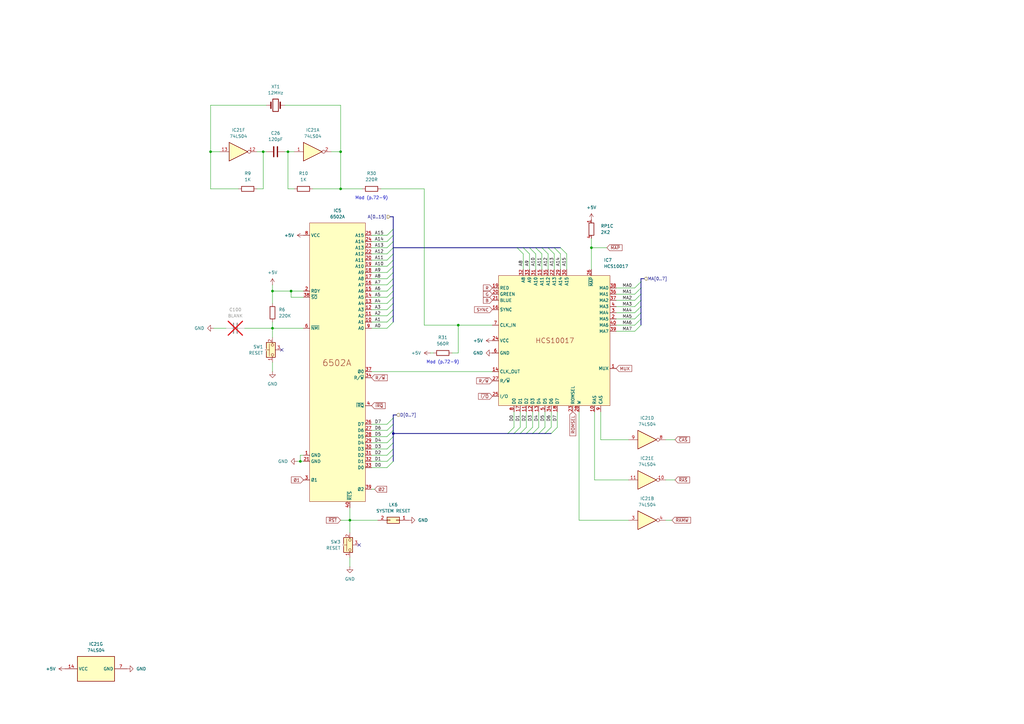
<source format=kicad_sch>
(kicad_sch (version 20231120) (generator "eeschema") (generator_version "8.0")
  (paper "A3")
  (lib_symbols
    (symbol "74xx:74LS04"
      (property "Reference" "U" (at 0 1.27 0))
      (property "Value" "74LS04" (at 0 -1.27 0))
      (symbol "74LS04_1_0"
        (polyline (pts (xy -3.81 3.81) (xy -3.81 -3.81) (xy 3.81 0) (xy -3.81 3.81)) (stroke (width 0.254)) (fill (type background)))
        (pin input line (at -7.62 0 0) (length 3.81) (name "~") (number "1"))
        (pin output inverted (at 7.62 0 180) (length 3.81) (name "~") (number "2"))
      )
      (symbol "74LS04_2_0"
        (polyline (pts (xy -3.81 3.81) (xy -3.81 -3.81) (xy 3.81 0) (xy -3.81 3.81)) (stroke (width 0.254)) (fill (type background)))
        (pin input line (at -7.62 0 0) (length 3.81) (name "~") (number "3"))
        (pin output inverted (at 7.62 0 180) (length 3.81) (name "~") (number "4"))
      )
      (symbol "74LS04_3_0"
        (polyline (pts (xy -3.81 3.81) (xy -3.81 -3.81) (xy 3.81 0) (xy -3.81 3.81)) (stroke (width 0.254)) (fill (type background)))
        (pin input line (at -7.62 0 0) (length 3.81) (name "~") (number "5"))
        (pin output inverted (at 7.62 0 180) (length 3.81) (name "~") (number "6"))
      )
      (symbol "74LS04_4_0"
        (polyline (pts (xy -3.81 3.81) (xy -3.81 -3.81) (xy 3.81 0) (xy -3.81 3.81)) (stroke (width 0.254)) (fill (type background)))
        (pin output inverted (at 7.62 0 180) (length 3.81) (name "~") (number "8"))
        (pin input line (at -7.62 0 0) (length 3.81) (name "~") (number "9"))
      )
      (symbol "74LS04_5_0"
        (polyline (pts (xy -3.81 3.81) (xy -3.81 -3.81) (xy 3.81 0) (xy -3.81 3.81)) (stroke (width 0.254)) (fill (type background)))
        (pin output inverted (at 7.62 0 180) (length 3.81) (name "~") (number "10"))
        (pin input line (at -7.62 0 0) (length 3.81) (name "~") (number "11"))
      )
      (symbol "74LS04_6_0"
        (polyline (pts (xy -3.81 3.81) (xy -3.81 -3.81) (xy 3.81 0) (xy -3.81 3.81)) (stroke (width 0.254)) (fill (type background)))
        (pin output inverted (at 7.62 0 180) (length 3.81) (name "~") (number "12"))
        (pin input line (at -7.62 0 0) (length 3.81) (name "~") (number "13"))
      )
      (symbol "74LS04_7_0"
        (pin power_in line (at 0 12.7 270) (length 5.08) (name "VCC") (number "14"))
        (pin power_in line (at 0 -12.7 90) (length 5.08) (name "GND") (number "7"))
      )
      (symbol "74LS04_7_1"
        (rectangle (start -5.08 7.62) (end 5.08 -7.62) (stroke (width 0.254)) (fill (type background)))
      )
    )
    (symbol "Connector_Generic:Conn_02x01" (pin_names (offset 1.016) hide)
      (property "Reference" "J" (at 1.27 2.54 0))
      (property "Value" "Conn_02x01" (at 1.27 -2.54 0))
      (symbol "Conn_02x01_1_1"
        (rectangle (start -1.27 0.127) (end 0 -0.127) (stroke (width 0.1524)))
        (rectangle (start -1.27 1.27) (end 3.81 -1.27) (stroke (width 0.254)) (fill (type background)))
        (rectangle (start 3.81 0.127) (end 2.54 -0.127) (stroke (width 0.1524)))
        (pin passive line (at -5.08 0 0) (length 3.81) (name "Pin_1") (number "1"))
        (pin passive line (at 7.62 0 180) (length 3.81) (name "Pin_2") (number "2"))
      )
    )
    (symbol "Device:C" (pin_numbers hide) (pin_names (offset 0.254))
      (property "Reference" "C" (at 0.635 2.54 0))
      (property "Value" "C" (at 0.635 -2.54 0))
      (symbol "C_0_1"
        (polyline (pts (xy -2.032 -0.762) (xy 2.032 -0.762)) (stroke (width 0.508)))
        (polyline (pts (xy -2.032 0.762) (xy 2.032 0.762)) (stroke (width 0.508)))
      )
      (symbol "C_1_1"
        (pin passive line (at 0 3.81 270) (length 2.794) (name "~") (number "1"))
        (pin passive line (at 0 -3.81 90) (length 2.794) (name "~") (number "2"))
      )
    )
    (symbol "Device:Crystal" (pin_numbers hide) (pin_names (offset 1.016) hide)
      (property "Reference" "Y" (at 0 3.81 0))
      (property "Value" "Crystal" (at 0 -3.81 0))
      (symbol "Crystal_0_1"
        (rectangle (start -1.143 2.54) (end 1.143 -2.54) (stroke (width 0.3048)))
        (polyline (pts (xy -2.54 0) (xy -1.905 0)))
        (polyline (pts (xy -1.905 -1.27) (xy -1.905 1.27)) (stroke (width 0.508)))
        (polyline (pts (xy 1.905 -1.27) (xy 1.905 1.27)) (stroke (width 0.508)))
        (polyline (pts (xy 2.54 0) (xy 1.905 0)))
      )
      (symbol "Crystal_1_1"
        (pin passive line (at -3.81 0 0) (length 1.27) (name "1") (number "1"))
        (pin passive line (at 3.81 0 180) (length 1.27) (name "2") (number "2"))
      )
    )
    (symbol "Device:R" (pin_numbers hide) (pin_names (offset 0))
      (property "Reference" "R" (at 2.032 0 90))
      (property "Value" "R" (at 0 0 90))
      (symbol "R_0_1"
        (rectangle (start -1.016 -2.54) (end 1.016 2.54) (stroke (width 0.254)))
      )
      (symbol "R_1_1"
        (pin passive line (at 0 3.81 270) (length 1.27) (name "~") (number "1"))
        (pin passive line (at 0 -3.81 90) (length 1.27) (name "~") (number "2"))
      )
    )
    (symbol "Device:R_Network07_Split" (pin_names (offset 0) hide)
      (property "Reference" "RN" (at 2.032 0 90))
      (property "Value" "R_Network07_Split" (at 0 0 90))
      (symbol "R_Network07_Split_0_1"
        (rectangle (start 1.016 2.54) (end -1.016 -2.54) (stroke (width 0.254)))
        (pin passive line (at 0 3.81 270) (length 1.27) (name "R1") (number "1"))
      )
      (symbol "R_Network07_Split_1_1"
        (pin passive line (at 0 -3.81 90) (length 1.27) (name "R1.2") (number "2"))
      )
      (symbol "R_Network07_Split_2_1"
        (pin passive line (at 0 -3.81 90) (length 1.27) (name "R2.2") (number "3"))
      )
      (symbol "R_Network07_Split_3_1"
        (pin passive line (at 0 -3.81 90) (length 1.27) (name "R3.2") (number "4"))
      )
      (symbol "R_Network07_Split_4_1"
        (pin passive line (at 0 -3.81 90) (length 1.27) (name "R4.2") (number "5"))
      )
      (symbol "R_Network07_Split_5_1"
        (pin passive line (at 0 -3.81 90) (length 1.27) (name "R5.2") (number "6"))
      )
      (symbol "R_Network07_Split_6_1"
        (pin passive line (at 0 -3.81 90) (length 1.27) (name "R6.2") (number "7"))
      )
      (symbol "R_Network07_Split_7_1"
        (pin passive line (at 0 -3.81 90) (length 1.27) (name "R7.2") (number "8"))
      )
    )
    (symbol "Oric:6502"
      (property "Reference" "IC" (at 4.064 60.198 0))
      (property "Value" "6502A" (at 6.096 57.912 0))
      (symbol "6502_0_0"
        (pin power_in line (at -13.97 -38.1 0) (length 2.54) (name "GND") (number "1"))
        (pin output line (at 13.97 16.51 180) (length 2.54) (name "A1") (number "10"))
        (pin output line (at 13.97 19.05 180) (length 2.54) (name "A2") (number "11"))
        (pin output line (at 13.97 21.59 180) (length 2.54) (name "A3") (number "12"))
        (pin output line (at 13.97 24.13 180) (length 2.54) (name "A4") (number "13"))
        (pin output line (at 13.97 26.67 180) (length 2.54) (name "A5") (number "14"))
        (pin output line (at 13.97 29.21 180) (length 2.54) (name "A6") (number "15"))
        (pin output line (at 13.97 31.75 180) (length 2.54) (name "A7") (number "16"))
        (pin output line (at 13.97 34.29 180) (length 2.54) (name "A8") (number "17"))
        (pin output line (at 13.97 36.83 180) (length 2.54) (name "A9") (number "18"))
        (pin output line (at 13.97 39.37 180) (length 2.54) (name "A10") (number "19"))
        (pin passive line (at -13.97 29.21 0) (length 2.54) (name "RDY") (number "2"))
        (pin output line (at 13.97 41.91 180) (length 2.54) (name "A11") (number "20"))
        (pin power_in line (at -13.97 -40.64 0) (length 2.54) (name "GND") (number "21"))
        (pin output line (at 13.97 44.45 180) (length 2.54) (name "A12") (number "22"))
        (pin output line (at 13.97 46.99 180) (length 2.54) (name "A13") (number "23"))
        (pin output line (at 13.97 49.53 180) (length 2.54) (name "A14") (number "24"))
        (pin output line (at 13.97 52.07 180) (length 2.54) (name "A15") (number "25"))
        (pin bidirectional line (at 13.97 -25.4 180) (length 2.54) (name "D7") (number "26"))
        (pin bidirectional line (at 13.97 -27.94 180) (length 2.54) (name "D6") (number "27"))
        (pin bidirectional line (at 13.97 -30.48 180) (length 2.54) (name "D5") (number "28"))
        (pin bidirectional line (at 13.97 -33.02 180) (length 2.54) (name "D4") (number "29"))
        (pin output line (at -13.97 -48.26 0) (length 2.54) (name "Ø1") (number "3"))
        (pin bidirectional line (at 13.97 -35.56 180) (length 2.54) (name "D3") (number "30"))
        (pin bidirectional line (at 13.97 -38.1 180) (length 2.54) (name "D2") (number "31"))
        (pin bidirectional line (at 13.97 -40.64 180) (length 2.54) (name "D1") (number "32"))
        (pin bidirectional line (at 13.97 -43.18 180) (length 2.54) (name "D0") (number "33"))
        (pin output line (at 13.97 -6.35 180) (length 2.54) (name "R/~{W}") (number "34"))
        (pin input line (at 13.97 -3.81 180) (length 2.54) (name "Ø0") (number "37"))
        (pin passive line (at -13.97 26.67 0) (length 2.54) (name "~{SO}") (number "38"))
        (pin output line (at 13.97 -52.07 180) (length 2.54) (name "Ø2") (number "39"))
        (pin input line (at 13.97 -17.78 180) (length 2.54) (name "~{IRQ}") (number "4"))
        (pin input line (at 5.08 -59.69 90) (length 2.54) (name "~{RES}") (number "40"))
        (pin input line (at -13.97 13.97 0) (length 2.54) (name "~{NMI}") (number "6"))
        (pin power_in line (at -13.97 52.07 0) (length 2.54) (name "VCC") (number "8"))
        (pin output line (at 13.97 13.97 180) (length 2.54) (name "A0") (number "9"))
      )
      (symbol "6502_1_0"
        (pin no_connect line (at -13.97 -13.97 0) (length 2.54) hide (name "N/C") (number "35"))
        (pin no_connect line (at -13.97 -16.51 0) (length 2.54) hide (name "N/C") (number "36"))
        (pin no_connect line (at -13.97 -19.05 0) (length 2.54) hide (name "N/C") (number "5"))
        (pin no_connect line (at -13.97 -21.59 0) (length 2.54) hide (name "Sync") (number "7"))
      )
      (symbol "6502_1_1"
        (rectangle (start -11.43 57.15) (end 11.43 -57.15) (fill (type background)))
        (text "6502A" (at -0.254 -0.254 0) (effects (font (size 2.54 2.54))))
      )
    )
    (symbol "Oric:HCS10017"
      (property "Reference" "IC" (at -44.704 33.528 0))
      (symbol "HCS10017_0_0"
        (pin output line (at 25.4 -11.43 180) (length 2.54) (name "MUX") (number "1"))
        (pin bidirectional line (at -11.43 -29.21 90) (length 2.54) (name "D2") (number "11"))
        (pin bidirectional line (at -8.89 -29.21 90) (length 2.54) (name "D3") (number "12"))
        (pin bidirectional line (at -6.35 -29.21 90) (length 2.54) (name "D4") (number "13"))
        (pin output line (at -25.4 -12.7 0) (length 2.54) (name "CLK_OUT") (number "14"))
        (pin input line (at -5.08 29.21 270) (length 2.54) (name "A11") (number "15"))
        (pin output line (at -25.4 12.7 0) (length 2.54) (name "SYNC") (number "16"))
        (pin bidirectional line (at -13.97 -29.21 90) (length 2.54) (name "D1") (number "17"))
        (pin bidirectional line (at 1.27 -29.21 90) (length 2.54) (name "D7") (number "18"))
        (pin output line (at 25.4 8.89 180) (length 2.54) (name "MA5") (number "2"))
        (pin output line (at -25.4 19.05 0) (length 2.54) (name "GREEN") (number "20"))
        (pin input line (at 0 29.21 270) (length 2.54) (name "A13") (number "22"))
        (pin output line (at 7.62 -29.21 90) (length 2.54) (name "ROMSEL") (number "23"))
        (pin power_in line (at -25.4 0 0) (length 2.54) (name "VCC") (number "24"))
        (pin output line (at -25.4 -22.86 0) (length 2.54) (name "I/O") (number "25"))
        (pin output line (at 15.24 29.21 270) (length 2.54) (name "~{MAP}") (number "26"))
        (pin input line (at 2.54 29.21 270) (length 2.54) (name "A14") (number "29"))
        (pin output line (at 25.4 11.43 180) (length 2.54) (name "MA4") (number "3"))
        (pin input line (at 5.08 29.21 270) (length 2.54) (name "A15") (number "30"))
        (pin input line (at -7.62 29.21 270) (length 2.54) (name "A10") (number "31"))
        (pin input line (at -12.7 29.21 270) (length 2.54) (name "A8") (number "32"))
        (pin input line (at -10.16 29.21 270) (length 2.54) (name "A9") (number "33"))
        (pin bidirectional line (at -1.27 -29.21 90) (length 2.54) (name "D6") (number "34"))
        (pin input line (at -2.54 29.21 270) (length 2.54) (name "A12") (number "35"))
        (pin output line (at 25.4 19.05 180) (length 2.54) (name "MA1") (number "36"))
        (pin output line (at 25.4 16.51 180) (length 2.54) (name "MA2") (number "37"))
        (pin output line (at 25.4 21.59 180) (length 2.54) (name "MA0") (number "38"))
        (pin output line (at 25.4 3.81 180) (length 2.54) (name "MA7") (number "39"))
        (pin output line (at 25.4 13.97 180) (length 2.54) (name "MA3") (number "4"))
        (pin output line (at 25.4 6.35 180) (length 2.54) (name "MA6") (number "40"))
        (pin bidirectional line (at -3.81 -29.21 90) (length 2.54) (name "D5") (number "5"))
        (pin power_in line (at -25.4 -5.08 0) (length 2.54) (name "GND") (number "6"))
        (pin input line (at -25.4 6.35 0) (length 2.54) (name "CLK_IN") (number "7"))
        (pin bidirectional line (at -16.51 -29.21 90) (length 2.54) (name "D0") (number "8"))
      )
      (symbol "HCS10017_1_0"
        (pin output line (at 16.51 -29.21 90) (length 2.54) (name "RAS") (number "10"))
        (pin output line (at -25.4 21.59 0) (length 2.54) (name "RED") (number "19"))
        (pin output line (at -25.4 16.51 0) (length 2.54) (name "BLUE") (number "21"))
        (pin input line (at -25.4 -16.51 0) (length 2.54) (name "R/~{W}") (number "27"))
        (pin output line (at 10.16 -29.21 90) (length 2.54) (name "W") (number "28"))
        (pin output line (at 19.05 -29.21 90) (length 2.54) (name "CAS") (number "9"))
      )
      (symbol "HCS10017_1_1"
        (rectangle (start -22.86 26.67) (end 22.86 -26.67) (fill (type background)))
        (text "HCS10017" (at 0.254 0 0) (effects (font (size 2.032 2.032))))
      )
    )
    (symbol "Oric:SW_Push_3-Pin" (pin_names (offset 1.016) hide)
      (property "Reference" "SW1" (at 1.2701 3.81 90))
      (property "Value" "RESET" (at -1.2699 3.81 90))
      (symbol "SW_Push_3-Pin_0_1"
        (circle (center -2.032 0) (radius 0.508))
        (polyline (pts (xy 0 1.27) (xy 0 3.048)))
        (polyline (pts (xy 2.54 1.27) (xy -2.54 1.27)))
        (polyline (pts (xy 0.508 2.54) (xy 3.048 2.54) (xy 3.048 -1.143) (xy -3.048 -1.143) (xy -3.048 2.54) (xy -0.508 2.54)) (stroke (width -0.0254)))
        (polyline (pts (xy 0.508 2.54) (xy 3.048 2.54) (xy 3.048 -1.143) (xy -3.048 -1.143) (xy -3.048 2.54) (xy -0.508 2.54)) (stroke (width 0.254)))
        (circle (center 2.032 0) (radius 0.508))
        (pin passive line (at -5.08 0 0) (length 2.54) (name "1") (number "1"))
        (pin passive line (at 5.08 0 180) (length 2.54) (name "2") (number "2"))
      )
      (symbol "SW_Push_3-Pin_1_1"
        (rectangle (start -3.048 2.54) (end 3.048 -1.27) (stroke (width -0.0254)) (fill (type background)))
        (pin passive line (at 0 -3.81 90) (length 2.54) (name "B") (number "3"))
      )
    )
    (symbol "power:+5V" (power) (pin_numbers hide) (pin_names (offset 0) hide)
      (property "Value" "+5V" (at 0 3.556 0))
      (symbol "+5V_0_1"
        (polyline (pts (xy -0.762 1.27) (xy 0 2.54)))
        (polyline (pts (xy 0 0) (xy 0 2.54)))
        (polyline (pts (xy 0 2.54) (xy 0.762 1.27)))
      )
      (symbol "+5V_1_1"
        (pin power_in line (at 0 0 90) (length 0) (name "~") (number "1"))
      )
    )
    (symbol "power:GND" (power) (pin_numbers hide) (pin_names (offset 0) hide)
      (property "Value" "GND" (at 0 -3.81 0))
      (symbol "GND_0_1"
        (polyline (pts (xy 0 0) (xy 0 -1.27) (xy 1.27 -1.27) (xy 0 -2.54) (xy -1.27 -1.27) (xy 0 -1.27)))
      )
      (symbol "GND_1_1"
        (pin power_in line (at 0 0 270) (length 0) (name "~") (number "1"))
      )
    )
  )
  (junction (at 123.19 189.23))
  (junction (at 111.76 134.62))
  (junction (at 119.38 119.38))
  (junction (at 143.51 213.36))
  (junction (at 139.7 62.23))
  (junction (at 118.11 62.23))
  (junction (at 139.7 77.47))
  (junction (at 86.36 62.23))
  (junction (at 107.95 62.23))
  (junction (at 187.96 133.35))
  (junction (at 242.57 101.6))
  (junction (at 161.29 177.8))
  (junction (at 111.76 119.38))
  (no_connect (at 115.57 143.51))
  (no_connect (at 147.32 223.52))
  (bus_entry (at 158.75 116.84) (size 2.54 -2.54))
  (bus_entry (at 213.36 175.26) (size -2.54 2.54))
  (bus_entry (at 158.75 127) (size 2.54 -2.54))
  (bus_entry (at 158.75 124.46) (size 2.54 -2.54))
  (bus_entry (at 215.9 175.26) (size -2.54 2.54))
  (bus_entry (at 219.71 104.14) (size -2.54 -2.54))
  (bus_entry (at 260.35 125.73) (size 2.54 -2.54))
  (bus_entry (at 158.75 99.06) (size 2.54 -2.54))
  (bus_entry (at 158.75 186.69) (size 2.54 -2.54))
  (bus_entry (at 227.33 104.14) (size -2.54 -2.54))
  (bus_entry (at 158.75 96.52) (size 2.54 -2.54))
  (bus_entry (at 158.75 176.53) (size 2.54 -2.54))
  (bus_entry (at 158.75 109.22) (size 2.54 -2.54))
  (bus_entry (at 226.06 175.26) (size -2.54 2.54))
  (bus_entry (at 158.75 181.61) (size 2.54 -2.54))
  (bus_entry (at 158.75 132.08) (size 2.54 -2.54))
  (bus_entry (at 158.75 101.6) (size 2.54 -2.54))
  (bus_entry (at 158.75 179.07) (size 2.54 -2.54))
  (bus_entry (at 232.41 104.14) (size -2.54 -2.54))
  (bus_entry (at 260.35 123.19) (size 2.54 -2.54))
  (bus_entry (at 210.82 175.26) (size -2.54 2.54))
  (bus_entry (at 260.35 118.11) (size 2.54 -2.54))
  (bus_entry (at 222.25 104.14) (size -2.54 -2.54))
  (bus_entry (at 158.75 191.77) (size 2.54 -2.54))
  (bus_entry (at 214.63 104.14) (size -2.54 -2.54))
  (bus_entry (at 260.35 135.89) (size 2.54 -2.54))
  (bus_entry (at 158.75 104.14) (size 2.54 -2.54))
  (bus_entry (at 158.75 134.62) (size 2.54 -2.54))
  (bus_entry (at 260.35 130.81) (size 2.54 -2.54))
  (bus_entry (at 218.44 175.26) (size -2.54 2.54))
  (bus_entry (at 228.6 175.26) (size -2.54 2.54))
  (bus_entry (at 158.75 106.68) (size 2.54 -2.54))
  (bus_entry (at 223.52 175.26) (size -2.54 2.54))
  (bus_entry (at 260.35 120.65) (size 2.54 -2.54))
  (bus_entry (at 158.75 129.54) (size 2.54 -2.54))
  (bus_entry (at 260.35 133.35) (size 2.54 -2.54))
  (bus_entry (at 229.87 104.14) (size -2.54 -2.54))
  (bus_entry (at 158.75 114.3) (size 2.54 -2.54))
  (bus_entry (at 224.79 104.14) (size -2.54 -2.54))
  (bus_entry (at 158.75 121.92) (size 2.54 -2.54))
  (bus_entry (at 158.75 119.38) (size 2.54 -2.54))
  (bus_entry (at 158.75 189.23) (size 2.54 -2.54))
  (bus_entry (at 220.98 175.26) (size -2.54 2.54))
  (bus_entry (at 158.75 173.99) (size 2.54 -2.54))
  (bus_entry (at 158.75 111.76) (size 2.54 -2.54))
  (bus_entry (at 217.17 104.14) (size -2.54 -2.54))
  (bus_entry (at 260.35 128.27) (size 2.54 -2.54))
  (bus_entry (at 158.75 184.15) (size 2.54 -2.54))
  (bus (pts (xy 161.29 111.76) (xy 161.29 114.3)))
  (wire (pts (xy 118.11 62.23) (xy 116.84 62.23)))
  (bus (pts (xy 161.29 109.22) (xy 161.29 111.76)))
  (wire (pts (xy 276.86 180.34) (xy 273.05 180.34)))
  (bus (pts (xy 161.29 93.98) (xy 161.29 96.52)))
  (bus (pts (xy 217.17 101.6) (xy 219.71 101.6)))
  (bus (pts (xy 262.89 128.27) (xy 262.89 130.81)))
  (bus (pts (xy 161.29 184.15) (xy 161.29 186.69)))
  (wire (pts (xy 139.7 43.18) (xy 139.7 62.23)))
  (bus (pts (xy 161.29 173.99) (xy 161.29 176.53)))
  (wire (pts (xy 107.95 77.47) (xy 107.95 62.23)))
  (bus (pts (xy 161.29 177.8) (xy 161.29 179.07)))
  (wire (pts (xy 111.76 119.38) (xy 119.38 119.38)))
  (bus (pts (xy 213.36 177.8) (xy 215.9 177.8)))
  (wire (pts (xy 105.41 62.23) (xy 107.95 62.23)))
  (wire (pts (xy 107.95 62.23) (xy 109.22 62.23)))
  (wire (pts (xy 105.41 77.47) (xy 107.95 77.47)))
  (wire (pts (xy 152.4 116.84) (xy 158.75 116.84)))
  (bus (pts (xy 215.9 177.8) (xy 218.44 177.8)))
  (wire (pts (xy 185.42 144.78) (xy 187.96 144.78)))
  (bus (pts (xy 161.29 179.07) (xy 161.29 181.61)))
  (bus (pts (xy 160.02 88.9) (xy 161.29 88.9)))
  (wire (pts (xy 119.38 119.38) (xy 119.38 121.92)))
  (bus (pts (xy 262.89 125.73) (xy 262.89 128.27)))
  (bus (pts (xy 161.29 106.68) (xy 161.29 109.22)))
  (wire (pts (xy 257.81 196.85) (xy 243.84 196.85)))
  (wire (pts (xy 86.36 62.23) (xy 90.17 62.23)))
  (wire (pts (xy 252.73 135.89) (xy 260.35 135.89)))
  (wire (pts (xy 213.36 168.91) (xy 213.36 175.26)))
  (wire (pts (xy 152.4 189.23) (xy 158.75 189.23)))
  (wire (pts (xy 243.84 196.85) (xy 243.84 168.91)))
  (wire (pts (xy 152.4 104.14) (xy 158.75 104.14)))
  (wire (pts (xy 152.4 129.54) (xy 158.75 129.54)))
  (wire (pts (xy 143.51 218.44) (xy 143.51 213.36)))
  (wire (pts (xy 123.19 189.23) (xy 124.46 189.23)))
  (wire (pts (xy 214.63 110.49) (xy 214.63 104.14)))
  (wire (pts (xy 152.4 191.77) (xy 158.75 191.77)))
  (wire (pts (xy 156.21 77.47) (xy 173.99 77.47)))
  (wire (pts (xy 152.4 114.3) (xy 158.75 114.3)))
  (wire (pts (xy 220.98 168.91) (xy 220.98 175.26)))
  (wire (pts (xy 152.4 121.92) (xy 158.75 121.92)))
  (wire (pts (xy 109.22 43.18) (xy 86.36 43.18)))
  (wire (pts (xy 173.99 133.35) (xy 173.99 77.47)))
  (wire (pts (xy 118.11 77.47) (xy 118.11 62.23)))
  (bus (pts (xy 162.56 170.18) (xy 161.29 170.18)))
  (bus (pts (xy 161.29 177.8) (xy 208.28 177.8)))
  (wire (pts (xy 252.73 133.35) (xy 260.35 133.35)))
  (bus (pts (xy 161.29 176.53) (xy 161.29 177.8)))
  (wire (pts (xy 87.63 134.62) (xy 92.71 134.62)))
  (bus (pts (xy 227.33 101.6) (xy 229.87 101.6)))
  (wire (pts (xy 152.4 186.69) (xy 158.75 186.69)))
  (bus (pts (xy 262.89 123.19) (xy 262.89 125.73)))
  (wire (pts (xy 222.25 110.49) (xy 222.25 104.14)))
  (wire (pts (xy 152.4 181.61) (xy 158.75 181.61)))
  (bus (pts (xy 161.29 104.14) (xy 161.29 106.68)))
  (wire (pts (xy 252.73 118.11) (xy 260.35 118.11)))
  (bus (pts (xy 262.89 114.3) (xy 262.89 115.57)))
  (wire (pts (xy 124.46 121.92) (xy 119.38 121.92)))
  (wire (pts (xy 187.96 133.35) (xy 173.99 133.35)))
  (bus (pts (xy 219.71 101.6) (xy 222.25 101.6)))
  (bus (pts (xy 161.29 119.38) (xy 161.29 121.92)))
  (wire (pts (xy 119.38 119.38) (xy 124.46 119.38)))
  (wire (pts (xy 275.59 213.36) (xy 273.05 213.36)))
  (bus (pts (xy 222.25 101.6) (xy 224.79 101.6)))
  (wire (pts (xy 242.57 101.6) (xy 248.92 101.6)))
  (wire (pts (xy 139.7 77.47) (xy 148.59 77.47)))
  (bus (pts (xy 212.09 101.6) (xy 214.63 101.6)))
  (wire (pts (xy 224.79 110.49) (xy 224.79 104.14)))
  (bus (pts (xy 161.29 171.45) (xy 161.29 173.99)))
  (wire (pts (xy 237.49 213.36) (xy 237.49 168.91)))
  (bus (pts (xy 161.29 101.6) (xy 161.29 104.14)))
  (wire (pts (xy 229.87 110.49) (xy 229.87 104.14)))
  (bus (pts (xy 262.89 115.57) (xy 262.89 118.11)))
  (bus (pts (xy 161.29 116.84) (xy 161.29 119.38)))
  (wire (pts (xy 252.73 120.65) (xy 260.35 120.65)))
  (wire (pts (xy 128.27 77.47) (xy 139.7 77.47)))
  (wire (pts (xy 111.76 134.62) (xy 111.76 132.08)))
  (wire (pts (xy 252.73 123.19) (xy 260.35 123.19)))
  (wire (pts (xy 116.84 43.18) (xy 139.7 43.18)))
  (wire (pts (xy 121.92 189.23) (xy 123.19 189.23)))
  (bus (pts (xy 161.29 114.3) (xy 161.29 116.84)))
  (wire (pts (xy 152.4 127) (xy 158.75 127)))
  (wire (pts (xy 246.38 180.34) (xy 246.38 168.91)))
  (bus (pts (xy 223.52 177.8) (xy 226.06 177.8)))
  (bus (pts (xy 161.29 99.06) (xy 161.29 101.6)))
  (bus (pts (xy 161.29 121.92) (xy 161.29 124.46)))
  (wire (pts (xy 152.4 176.53) (xy 158.75 176.53)))
  (bus (pts (xy 214.63 101.6) (xy 217.17 101.6)))
  (wire (pts (xy 218.44 168.91) (xy 218.44 175.26)))
  (wire (pts (xy 120.65 62.23) (xy 118.11 62.23)))
  (wire (pts (xy 226.06 168.91) (xy 226.06 175.26)))
  (wire (pts (xy 139.7 62.23) (xy 135.89 62.23)))
  (bus (pts (xy 161.29 96.52) (xy 161.29 99.06)))
  (wire (pts (xy 86.36 43.18) (xy 86.36 62.23)))
  (wire (pts (xy 154.94 213.36) (xy 143.51 213.36)))
  (wire (pts (xy 152.4 184.15) (xy 158.75 184.15)))
  (wire (pts (xy 232.41 110.49) (xy 232.41 104.14)))
  (wire (pts (xy 123.19 186.69) (xy 123.19 189.23)))
  (wire (pts (xy 111.76 152.4) (xy 111.76 148.59)))
  (wire (pts (xy 242.57 97.79) (xy 242.57 101.6)))
  (wire (pts (xy 152.4 132.08) (xy 158.75 132.08)))
  (bus (pts (xy 220.98 177.8) (xy 223.52 177.8)))
  (wire (pts (xy 252.73 130.81) (xy 260.35 130.81)))
  (bus (pts (xy 161.29 129.54) (xy 161.29 132.08)))
  (wire (pts (xy 139.7 213.36) (xy 143.51 213.36)))
  (wire (pts (xy 257.81 213.36) (xy 237.49 213.36)))
  (wire (pts (xy 143.51 232.41) (xy 143.51 228.6)))
  (wire (pts (xy 187.96 144.78) (xy 187.96 133.35)))
  (wire (pts (xy 124.46 134.62) (xy 111.76 134.62)))
  (wire (pts (xy 152.4 111.76) (xy 158.75 111.76)))
  (wire (pts (xy 152.4 96.52) (xy 158.75 96.52)))
  (bus (pts (xy 161.29 186.69) (xy 161.29 189.23)))
  (bus (pts (xy 161.29 181.61) (xy 161.29 184.15)))
  (wire (pts (xy 219.71 110.49) (xy 219.71 104.14)))
  (bus (pts (xy 264.16 114.3) (xy 262.89 114.3)))
  (wire (pts (xy 228.6 168.91) (xy 228.6 175.26)))
  (wire (pts (xy 215.9 168.91) (xy 215.9 175.26)))
  (wire (pts (xy 227.33 110.49) (xy 227.33 104.14)))
  (wire (pts (xy 210.82 168.91) (xy 210.82 175.26)))
  (bus (pts (xy 262.89 120.65) (xy 262.89 123.19)))
  (wire (pts (xy 242.57 101.6) (xy 242.57 110.49)))
  (wire (pts (xy 152.4 101.6) (xy 158.75 101.6)))
  (bus (pts (xy 208.28 177.8) (xy 210.82 177.8)))
  (wire (pts (xy 252.73 125.73) (xy 260.35 125.73)))
  (wire (pts (xy 111.76 134.62) (xy 111.76 138.43)))
  (bus (pts (xy 161.29 127) (xy 161.29 129.54)))
  (wire (pts (xy 120.65 77.47) (xy 118.11 77.47)))
  (wire (pts (xy 153.67 200.66) (xy 152.4 200.66)))
  (wire (pts (xy 257.81 180.34) (xy 246.38 180.34)))
  (wire (pts (xy 223.52 168.91) (xy 223.52 175.26)))
  (wire (pts (xy 276.86 196.85) (xy 273.05 196.85)))
  (wire (pts (xy 143.51 213.36) (xy 143.51 208.28)))
  (wire (pts (xy 252.73 128.27) (xy 260.35 128.27)))
  (wire (pts (xy 217.17 110.49) (xy 217.17 104.14)))
  (bus (pts (xy 161.29 88.9) (xy 161.29 93.98)))
  (wire (pts (xy 152.4 152.4) (xy 201.93 152.4)))
  (wire (pts (xy 139.7 62.23) (xy 139.7 77.47)))
  (bus (pts (xy 210.82 177.8) (xy 213.36 177.8)))
  (wire (pts (xy 152.4 173.99) (xy 158.75 173.99)))
  (wire (pts (xy 124.46 186.69) (xy 123.19 186.69)))
  (wire (pts (xy 152.4 109.22) (xy 158.75 109.22)))
  (wire (pts (xy 152.4 179.07) (xy 158.75 179.07)))
  (wire (pts (xy 111.76 116.84) (xy 111.76 119.38)))
  (wire (pts (xy 152.4 124.46) (xy 158.75 124.46)))
  (wire (pts (xy 201.93 133.35) (xy 187.96 133.35)))
  (bus (pts (xy 161.29 101.6) (xy 212.09 101.6)))
  (wire (pts (xy 152.4 134.62) (xy 158.75 134.62)))
  (wire (pts (xy 152.4 106.68) (xy 158.75 106.68)))
  (wire (pts (xy 100.33 134.62) (xy 111.76 134.62)))
  (bus (pts (xy 218.44 177.8) (xy 220.98 177.8)))
  (wire (pts (xy 86.36 77.47) (xy 86.36 62.23)))
  (bus (pts (xy 262.89 130.81) (xy 262.89 133.35)))
  (wire (pts (xy 86.36 77.47) (xy 97.79 77.47)))
  (wire (pts (xy 152.4 99.06) (xy 158.75 99.06)))
  (bus (pts (xy 161.29 170.18) (xy 161.29 171.45)))
  (wire (pts (xy 152.4 119.38) (xy 158.75 119.38)))
  (bus (pts (xy 224.79 101.6) (xy 227.33 101.6)))
  (wire (pts (xy 111.76 119.38) (xy 111.76 124.46)))
  (wire (pts (xy 176.53 144.78) (xy 177.8 144.78)))
  (bus (pts (xy 262.89 118.11) (xy 262.89 120.65)))
  (bus (pts (xy 161.29 124.46) (xy 161.29 127)))
  (text "Mod (p.72-9)" (at 181.61 148.59 0) (effects (font (size 1.27 1.27))))
  (text "Mod (p.72-9)" (at 152.4 81.28 0) (effects (font (size 1.27 1.27))))
  (label "D6" (at 153.67 176.53 0))
  (label "A9" (at 217.17 109.22 90))
  (label "D5" (at 223.52 170.18 270))
  (label "MA0" (at 255.27 118.11 0))
  (label "A8" (at 153.67 114.3 0))
  (label "A8" (at 214.63 109.22 90))
  (label "A0" (at 153.67 134.62 0))
  (label "MA4" (at 255.27 128.27 0))
  (label "A10" (at 153.67 109.22 0))
  (label "D2" (at 215.9 170.18 270))
  (label "D7" (at 153.67 173.99 0))
  (label "A11" (at 153.67 106.68 0))
  (label "D4" (at 153.67 181.61 0))
  (label "MA2" (at 255.27 123.19 0))
  (label "D0" (at 153.67 191.77 0))
  (label "D3" (at 153.67 184.15 0))
  (label "D6" (at 226.06 170.18 270))
  (label "A6" (at 153.67 119.38 0))
  (label "A7" (at 153.67 116.84 0))
  (label "A15" (at 232.41 109.22 90))
  (label "D4" (at 220.98 170.18 270))
  (label "A5" (at 153.67 121.92 0))
  (label "A13" (at 153.67 101.6 0))
  (label "A12" (at 224.79 109.22 90))
  (label "A9" (at 153.67 111.76 0))
  (label "MA5" (at 255.27 130.81 0))
  (label "A11" (at 222.25 109.22 90))
  (label "MA3" (at 255.27 125.73 0))
  (label "MA7" (at 255.27 135.89 0))
  (label "A14" (at 229.87 109.22 90))
  (label "A10" (at 219.71 109.22 90))
  (label "A12" (at 153.67 104.14 0))
  (label "D1" (at 213.36 170.18 270))
  (label "D5" (at 153.67 179.07 0))
  (label "A15" (at 153.67 96.52 0))
  (label "D7" (at 228.6 170.18 270))
  (label "A3" (at 153.67 127 0))
  (label "D0" (at 210.82 170.18 270))
  (label "A4" (at 153.67 124.46 0))
  (label "D2" (at 153.67 186.69 0))
  (label "A13" (at 227.33 109.22 90))
  (label "D1" (at 153.67 189.23 0))
  (label "A1" (at 153.67 132.08 0))
  (label "A2" (at 153.67 129.54 0))
  (label "D3" (at 218.44 170.18 270))
  (label "MA1" (at 255.27 120.65 0))
  (label "A14" (at 153.67 99.06 0))
  (label "MA6" (at 255.27 133.35 0))
  (global_label "SYNC" (shape input) (at 201.93 127 180) (property "Intersheetrefs" "${INTERSHEET_REFS}" (effects (hide yes))))
  (global_label "R{slash}~{W}" (shape input) (at 152.4 154.94 0) (property "Intersheetrefs" "${INTERSHEET_REFS}" (effects (hide yes))))
  (global_label "R" (shape input) (at 201.93 118.11 180) (property "Intersheetrefs" "${INTERSHEET_REFS}" (effects (hide yes))))
  (global_label "~{MAP}" (shape input) (at 248.92 101.6 0) (property "Intersheetrefs" "${INTERSHEET_REFS}" (effects (hide yes))))
  (global_label "Ø1" (shape input) (at 124.46 196.85 180) (property "Intersheetrefs" "${INTERSHEET_REFS}" (effects (hide yes))))
  (global_label "~{RAMW}" (shape input) (at 275.59 213.36 0) (property "Intersheetrefs" "${INTERSHEET_REFS}" (effects (hide yes))))
  (global_label "~{IRQ}" (shape input) (at 152.4 166.37 0) (property "Intersheetrefs" "${INTERSHEET_REFS}" (effects (hide yes))))
  (global_label "MUX" (shape input) (at 252.73 151.13 0) (property "Intersheetrefs" "${INTERSHEET_REFS}" (effects (hide yes))))
  (global_label "Ø2" (shape input) (at 153.67 200.66 0) (property "Intersheetrefs" "${INTERSHEET_REFS}" (effects (hide yes))))
  (global_label "~{RST}" (shape input) (at 139.7 213.36 180) (property "Intersheetrefs" "${INTERSHEET_REFS}" (effects (hide yes))))
  (global_label "~{I{slash}O}" (shape input) (at 201.93 162.56 180) (property "Intersheetrefs" "${INTERSHEET_REFS}" (effects (hide yes))))
  (global_label "~{CAS}" (shape input) (at 276.86 180.34 0) (property "Intersheetrefs" "${INTERSHEET_REFS}" (effects (hide yes))))
  (global_label "G" (shape input) (at 201.93 120.65 180) (property "Intersheetrefs" "${INTERSHEET_REFS}" (effects (hide yes))))
  (global_label "ROMSEL" (shape input) (at 234.95 168.91 270) (property "Intersheetrefs" "${INTERSHEET_REFS}" (effects (hide yes))))
  (global_label "R{slash}~{W}" (shape input) (at 201.93 156.21 180) (property "Intersheetrefs" "${INTERSHEET_REFS}" (effects (hide yes))))
  (global_label "B" (shape input) (at 201.93 123.19 180) (property "Intersheetrefs" "${INTERSHEET_REFS}" (effects (hide yes))))
  (global_label "~{RAS}" (shape input) (at 276.86 196.85 0) (property "Intersheetrefs" "${INTERSHEET_REFS}" (effects (hide yes))))
  (hierarchical_label "A[0..15]" (shape input) (at 160.02 88.9 180))
  (hierarchical_label "D[0..7]" (shape input) (at 162.56 170.18 0))
  (hierarchical_label "MA[0..7]" (shape input) (at 264.16 114.3 0))
  (symbol (lib_id "Oric:HCS10017") (at 227.33 139.7 0) (unit 1)
    (property "Reference" "IC7" (at 247.65 106.68 0) (effects (justify left)))
    (property "Value" "HCS10017" (at 247.65 109.22 0) (effects (justify left)))
    (property "Footprint" "Oric:DIP-40_W15.24mm" (effects (hide yes)))
  )
  (symbol (lib_id "power:+5V") (at 26.67 274.32 90) (unit 1)
    (property "Reference" "#PWR020" (effects (hide yes)))
    (property "Value" "+5V" (at 22.86 274.3199 90) (effects (justify left)))
    (property "Description" "Power symbol creates a global label with name \"+5V\"" (effects (hide yes)))
  )
  (symbol (lib_id "power:GND") (at 111.76 152.4 0) (unit 1)
    (property "Reference" "#PWR015" (effects (hide yes)))
    (property "Value" "GND" (at 111.76 157.48 0))
    (property "Description" "Power symbol creates a global label with name \"GND\" , ground" (effects (hide yes)))
  )
  (symbol (lib_id "74xx:74LS04") (at 39.37 274.32 90) (unit 7)
    (property "Reference" "IC21" (at 39.37 264.16 90))
    (property "Value" "74LS04" (at 39.37 266.7 90))
    (property "Footprint" "Oric:DIP-14_W7.62mm" (effects (hide yes)))
    (property "Datasheet" "http://www.ti.com/lit/gpn/sn74LS04" (effects (hide yes)))
    (property "Description" "Hex Inverter" (effects (hide yes)))
  )
  (symbol (lib_id "Device:C") (at 113.03 62.23 90) (unit 1)
    (property "Reference" "C26" (at 113.03 54.61 90))
    (property "Value" "120pF" (at 113.03 57.15 90))
    (property "Footprint" "Oric:Ceramic Capacitor 5.00mm" (effects (hide yes)))
    (property "Description" "Unpolarized capacitor" (effects (hide yes)))
  )
  (symbol (lib_id "power:+5V") (at 124.46 96.52 90) (unit 1)
    (property "Reference" "#PWR014" (effects (hide yes)))
    (property "Value" "+5V" (at 120.65 96.5199 90) (effects (justify left)))
    (property "Description" "Power symbol creates a global label with name \"+5V\"" (effects (hide yes)))
  )
  (symbol (lib_id "Oric:SW_Push_3-Pin") (at 143.51 223.52 90) (unit 1)
    (property "Reference" "SW3" (at 139.7 222.2499 90) (effects (justify left)))
    (property "Value" "RESET" (at 139.7 224.7899 90) (effects (justify left)))
    (property "Footprint" "Oric:Push Switch Simple" (effects (hide yes)))
    (property "Description" "Generic push-button switch, two contact pins and shield pin(s)" (effects (hide yes)))
  )
  (symbol (lib_id "Device:R") (at 111.76 128.27 0) (unit 1)
    (property "Reference" "R6" (at 114.3 126.9999 0) (effects (justify left)))
    (property "Value" "220K" (at 114.3 129.5399 0) (effects (justify left)))
    (property "Footprint" "Oric:Resistor 10.16mm" (effects (hide yes)))
    (property "Description" "Resistor" (effects (hide yes)))
  )
  (symbol (lib_id "Device:R") (at 152.4 77.47 90) (unit 1)
    (property "Reference" "R30" (at 152.4 71.12 90))
    (property "Value" "220R" (at 152.4 73.66 90))
    (property "Footprint" "Oric:Resistor 10.16mm" (effects (hide yes)))
    (property "Description" "Resistor" (effects (hide yes)))
  )
  (symbol (lib_id "Connector_Generic:Conn_02x01") (at 162.56 213.36 180) (unit 1)
    (property "Reference" "LK6" (at 161.29 207.01 0))
    (property "Value" "SYSTEM RESET" (at 161.29 209.55 0))
    (property "Footprint" "Oric:PinHeader_1x02_P2.54mm" (effects (hide yes)))
    (property "Description" "Generic connector, double row, 02x01, this symbol is compatible with counter-clockwise, top-bottom and odd-even numbering schemes., script generated (kicad-library-utils/schlib/autogen/connector/)" (effects (hide yes)))
  )
  (symbol (lib_id "Device:Crystal") (at 113.03 43.18 0) (unit 1)
    (property "Reference" "XT1" (at 113.03 35.56 0))
    (property "Value" "12MHz" (at 113.03 38.1 0))
    (property "Footprint" "Oric:Crystal" (effects (hide yes)))
    (property "Description" "Two pin crystal" (effects (hide yes)))
  )
  (symbol (lib_id "74xx:74LS04") (at 97.79 62.23 0) (unit 6)
    (property "Reference" "IC21" (at 97.79 53.34 0))
    (property "Value" "74LS04" (at 97.79 55.88 0))
    (property "Footprint" "Oric:DIP-14_W7.62mm" (effects (hide yes)))
    (property "Datasheet" "http://www.ti.com/lit/gpn/sn74LS04" (effects (hide yes)))
    (property "Description" "Hex Inverter" (effects (hide yes)))
  )
  (symbol (lib_id "power:GND") (at 87.63 134.62 270) (unit 1)
    (property "Reference" "#PWR0127" (effects (hide yes)))
    (property "Value" "GND" (at 83.82 134.6199 90) (effects (justify right)))
    (property "Description" "Power symbol creates a global label with name \"GND\" , ground" (effects (hide yes)))
  )
  (symbol (lib_id "Device:R") (at 101.6 77.47 90) (unit 1)
    (property "Reference" "R9" (at 101.6 71.12 90))
    (property "Value" "1K" (at 101.6 73.66 90))
    (property "Footprint" "Oric:Resistor 10.16mm" (effects (hide yes)))
    (property "Description" "Resistor" (effects (hide yes)))
  )
  (symbol (lib_id "74xx:74LS04") (at 128.27 62.23 0) (unit 1)
    (property "Reference" "IC21" (at 128.27 53.34 0))
    (property "Value" "74LS04" (at 128.27 55.88 0))
    (property "Footprint" "Oric:DIP-14_W7.62mm" (effects (hide yes)))
    (property "Datasheet" "http://www.ti.com/lit/gpn/sn74LS04" (effects (hide yes)))
    (property "Description" "Hex Inverter" (effects (hide yes)))
  )
  (symbol (lib_id "power:GND") (at 52.07 274.32 90) (unit 1)
    (property "Reference" "#PWR019" (effects (hide yes)))
    (property "Value" "GND" (at 55.88 274.3199 90) (effects (justify right)))
    (property "Description" "Power symbol creates a global label with name \"GND\" , ground" (effects (hide yes)))
  )
  (symbol (lib_id "Device:R") (at 181.61 144.78 90) (unit 1)
    (property "Reference" "R31" (at 181.61 138.43 90))
    (property "Value" "560R" (at 181.61 140.97 90))
    (property "Footprint" "Oric:Resistor 10.16mm" (effects (hide yes)))
    (property "Description" "Resistor" (effects (hide yes)))
  )
  (symbol (lib_id "power:+5V") (at 201.93 139.7 90) (unit 1)
    (property "Reference" "#PWR017" (effects (hide yes)))
    (property "Value" "+5V" (at 198.12 139.6999 90) (effects (justify left)))
    (property "Description" "Power symbol creates a global label with name \"+5V\"" (effects (hide yes)))
  )
  (symbol (lib_id "74xx:74LS04") (at 265.43 213.36 0) (unit 2)
    (property "Reference" "IC21" (at 265.43 204.47 0))
    (property "Value" "74LS04" (at 265.43 207.01 0))
    (property "Footprint" "Oric:DIP-14_W7.62mm" (effects (hide yes)))
    (property "Datasheet" "http://www.ti.com/lit/gpn/sn74LS04" (effects (hide yes)))
    (property "Description" "Hex Inverter" (effects (hide yes)))
  )
  (symbol (lib_id "Oric:SW_Push_3-Pin") (at 111.76 143.51 90) (unit 1)
    (property "Reference" "SW1" (at 107.95 142.2399 90) (effects (justify left)))
    (property "Value" "RESET" (at 107.95 144.7799 90) (effects (justify left)))
    (property "Footprint" "Oric:Push Switch" (effects (hide yes)))
    (property "Description" "Generic push-button switch, two contact pins and shield pin(s)" (effects (hide yes)))
  )
  (symbol (lib_id "74xx:74LS04") (at 265.43 180.34 0) (unit 4)
    (property "Reference" "IC21" (at 265.43 171.45 0))
    (property "Value" "74LS04" (at 265.43 173.99 0))
    (property "Footprint" "Oric:DIP-14_W7.62mm" (effects (hide yes)))
    (property "Datasheet" "http://www.ti.com/lit/gpn/sn74LS04" (effects (hide yes)))
    (property "Description" "Hex Inverter" (effects (hide yes)))
  )
  (symbol (lib_id "power:+5V") (at 111.76 116.84 0) (unit 1)
    (property "Reference" "#PWR013" (effects (hide yes)))
    (property "Value" "+5V" (at 111.76 111.76 0))
    (property "Description" "Power symbol creates a global label with name \"+5V\"" (effects (hide yes)))
  )
  (symbol (lib_id "74xx:74LS04") (at 265.43 196.85 0) (unit 5)
    (property "Reference" "IC21" (at 265.43 187.96 0))
    (property "Value" "74LS04" (at 265.43 190.5 0))
    (property "Footprint" "Oric:DIP-14_W7.62mm" (effects (hide yes)))
    (property "Datasheet" "http://www.ti.com/lit/gpn/sn74LS04" (effects (hide yes)))
    (property "Description" "Hex Inverter" (effects (hide yes)))
  )
  (symbol (lib_id "power:GND") (at 201.93 144.78 270) (unit 1)
    (property "Reference" "#PWR016" (effects (hide yes)))
    (property "Value" "GND" (at 198.12 144.7799 90) (effects (justify right)))
    (property "Description" "Power symbol creates a global label with name \"GND\" , ground" (effects (hide yes)))
  )
  (symbol (lib_id "Device:C") (at 96.52 134.62 90) (unit 1) (in_bom no) (dnp yes)
    (property "Reference" "C100" (at 96.52 127 90))
    (property "Value" "BLANK" (at 96.52 129.54 90))
    (property "Footprint" "Oric:Ceramic Capacitor 5.00mm_Blank" (effects (hide yes)))
    (property "Description" "Unpolarized capacitor" (effects (hide yes)))
  )
  (symbol (lib_id "power:GND") (at 143.51 232.41 0) (unit 1)
    (property "Reference" "#PWR056" (effects (hide yes)))
    (property "Value" "GND" (at 143.51 237.49 0))
    (property "Description" "Power symbol creates a global label with name \"GND\" , ground" (effects (hide yes)))
  )
  (symbol (lib_id "power:+5V") (at 242.57 90.17 0) (unit 1)
    (property "Reference" "#PWR04" (effects (hide yes)))
    (property "Value" "+5V" (at 242.57 85.09 0))
    (property "Description" "Power symbol creates a global label with name \"+5V\"" (effects (hide yes)))
  )
  (symbol (lib_id "Device:R") (at 124.46 77.47 90) (unit 1)
    (property "Reference" "R10" (at 124.46 71.12 90))
    (property "Value" "1K" (at 124.46 73.66 90))
    (property "Footprint" "Oric:Resistor 10.16mm" (effects (hide yes)))
    (property "Description" "Resistor" (effects (hide yes)))
  )
  (symbol (lib_id "power:+5V") (at 176.53 144.78 90) (unit 1)
    (property "Reference" "#PWR018" (effects (hide yes)))
    (property "Value" "+5V" (at 172.72 144.7799 90) (effects (justify left)))
    (property "Description" "Power symbol creates a global label with name \"+5V\"" (effects (hide yes)))
  )
  (symbol (lib_id "power:GND") (at 121.92 189.23 270) (unit 1)
    (property "Reference" "#PWR012" (effects (hide yes)))
    (property "Value" "GND" (at 118.11 189.2299 90) (effects (justify right)))
    (property "Description" "Power symbol creates a global label with name \"GND\" , ground" (effects (hide yes)))
  )
  (symbol (lib_id "power:GND") (at 167.64 213.36 90) (unit 1)
    (property "Reference" "#PWR057" (effects (hide yes)))
    (property "Value" "GND" (at 171.45 213.3599 90) (effects (justify right)))
    (property "Description" "Power symbol creates a global label with name \"GND\" , ground" (effects (hide yes)))
  )
  (symbol (lib_id "Device:R_Network07_Split") (at 242.57 93.98 0) (unit 3)
    (property "Reference" "RP1" (at 246.38 92.7099 0) (effects (justify left)))
    (property "Value" "2K2" (at 246.38 95.2499 0) (effects (justify left)))
    (property "Footprint" "Oric:R_Array_SIP8_Bussed" (effects (hide yes)))
    (property "Datasheet" "http://www.vishay.com/docs/31509/csc.pdf" (effects (hide yes)))
    (property "Description" "7 resistor network, star topology, bussed resistors, split" (effects (hide yes)))
  )
  (symbol (lib_id "Oric:6502") (at 138.43 148.59 0) (unit 1)
    (property "Reference" "IC5" (at 138.43 86.36 0))
    (property "Value" "6502A" (at 138.43 88.9 0))
    (property "Footprint" "Oric:DIP-40_W15.24mm" (effects (hide yes)))
  )
)
</source>
